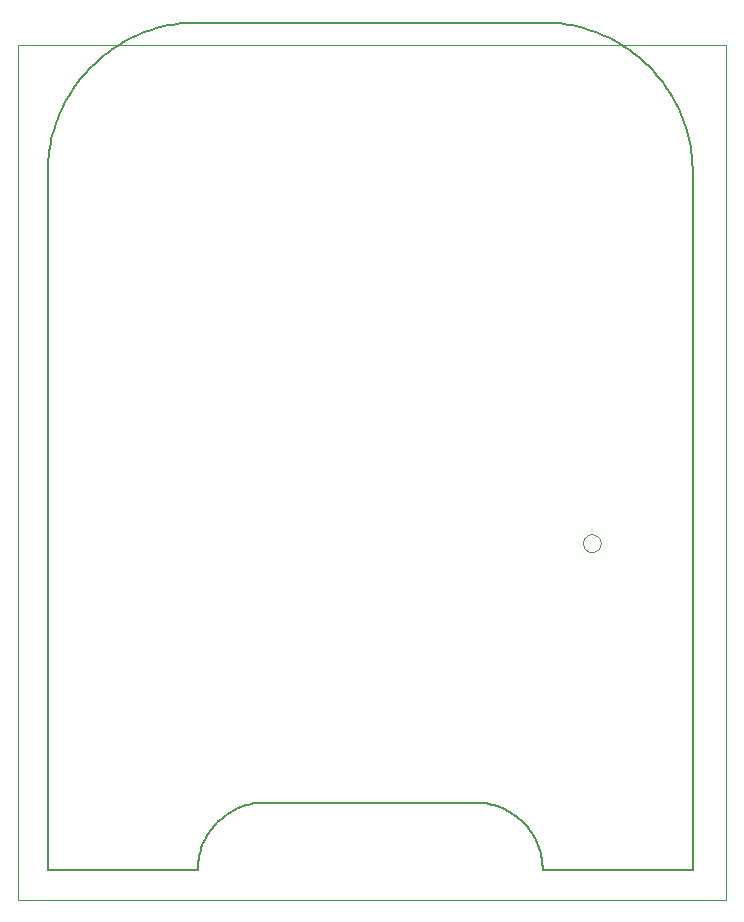
<source format=gm1>
G75*
%MOIN*%
%OFA0B0*%
%FSLAX24Y24*%
%IPPOS*%
%LPD*%
%AMOC8*
5,1,8,0,0,1.08239X$1,22.5*
%
%ADD10C,0.0000*%
%ADD11C,0.0050*%
D10*
X003220Y005250D02*
X003220Y033746D01*
X026840Y033746D01*
X026840Y005250D01*
X003220Y005250D01*
X022063Y017144D02*
X022065Y017178D01*
X022071Y017212D01*
X022081Y017245D01*
X022094Y017276D01*
X022112Y017306D01*
X022132Y017334D01*
X022156Y017359D01*
X022182Y017381D01*
X022210Y017399D01*
X022241Y017415D01*
X022273Y017427D01*
X022307Y017435D01*
X022341Y017439D01*
X022375Y017439D01*
X022409Y017435D01*
X022443Y017427D01*
X022475Y017415D01*
X022505Y017399D01*
X022534Y017381D01*
X022560Y017359D01*
X022584Y017334D01*
X022604Y017306D01*
X022622Y017276D01*
X022635Y017245D01*
X022645Y017212D01*
X022651Y017178D01*
X022653Y017144D01*
X022651Y017110D01*
X022645Y017076D01*
X022635Y017043D01*
X022622Y017012D01*
X022604Y016982D01*
X022584Y016954D01*
X022560Y016929D01*
X022534Y016907D01*
X022506Y016889D01*
X022475Y016873D01*
X022443Y016861D01*
X022409Y016853D01*
X022375Y016849D01*
X022341Y016849D01*
X022307Y016853D01*
X022273Y016861D01*
X022241Y016873D01*
X022210Y016889D01*
X022182Y016907D01*
X022156Y016929D01*
X022132Y016954D01*
X022112Y016982D01*
X022094Y017012D01*
X022081Y017043D01*
X022071Y017076D01*
X022065Y017110D01*
X022063Y017144D01*
D11*
X018470Y008500D02*
X011470Y008500D01*
X011377Y008498D01*
X011284Y008492D01*
X011192Y008483D01*
X011100Y008469D01*
X011008Y008452D01*
X010918Y008431D01*
X010828Y008406D01*
X010739Y008378D01*
X010652Y008346D01*
X010566Y008310D01*
X010482Y008271D01*
X010399Y008229D01*
X010318Y008183D01*
X010239Y008134D01*
X010163Y008081D01*
X010088Y008026D01*
X010016Y007967D01*
X009946Y007905D01*
X009879Y007841D01*
X009815Y007774D01*
X009753Y007704D01*
X009694Y007632D01*
X009639Y007557D01*
X009586Y007481D01*
X009537Y007402D01*
X009491Y007321D01*
X009449Y007238D01*
X009410Y007154D01*
X009374Y007068D01*
X009342Y006981D01*
X009314Y006892D01*
X009289Y006802D01*
X009268Y006712D01*
X009251Y006620D01*
X009237Y006528D01*
X009228Y006436D01*
X009222Y006343D01*
X009220Y006250D01*
X004220Y006250D01*
X004220Y029500D01*
X004222Y029640D01*
X004228Y029780D01*
X004238Y029920D01*
X004251Y030060D01*
X004269Y030199D01*
X004291Y030338D01*
X004316Y030475D01*
X004345Y030613D01*
X004378Y030749D01*
X004415Y030884D01*
X004456Y031018D01*
X004501Y031151D01*
X004549Y031283D01*
X004601Y031413D01*
X004656Y031542D01*
X004715Y031669D01*
X004778Y031795D01*
X004844Y031919D01*
X004913Y032040D01*
X004986Y032160D01*
X005063Y032278D01*
X005142Y032393D01*
X005225Y032507D01*
X005311Y032617D01*
X005400Y032726D01*
X005492Y032832D01*
X005587Y032935D01*
X005684Y033036D01*
X005785Y033133D01*
X005888Y033228D01*
X005994Y033320D01*
X006103Y033409D01*
X006213Y033495D01*
X006327Y033578D01*
X006442Y033657D01*
X006560Y033734D01*
X006680Y033807D01*
X006801Y033876D01*
X006925Y033942D01*
X007051Y034005D01*
X007178Y034064D01*
X007307Y034119D01*
X007437Y034171D01*
X007569Y034219D01*
X007702Y034264D01*
X007836Y034305D01*
X007971Y034342D01*
X008107Y034375D01*
X008245Y034404D01*
X008382Y034429D01*
X008521Y034451D01*
X008660Y034469D01*
X008800Y034482D01*
X008940Y034492D01*
X009080Y034498D01*
X009220Y034500D01*
X020720Y034500D01*
X020860Y034498D01*
X021000Y034492D01*
X021140Y034482D01*
X021280Y034469D01*
X021419Y034451D01*
X021558Y034429D01*
X021695Y034404D01*
X021833Y034375D01*
X021969Y034342D01*
X022104Y034305D01*
X022238Y034264D01*
X022371Y034219D01*
X022503Y034171D01*
X022633Y034119D01*
X022762Y034064D01*
X022889Y034005D01*
X023015Y033942D01*
X023139Y033876D01*
X023260Y033807D01*
X023380Y033734D01*
X023498Y033657D01*
X023613Y033578D01*
X023727Y033495D01*
X023837Y033409D01*
X023946Y033320D01*
X024052Y033228D01*
X024155Y033133D01*
X024256Y033036D01*
X024353Y032935D01*
X024448Y032832D01*
X024540Y032726D01*
X024629Y032617D01*
X024715Y032507D01*
X024798Y032393D01*
X024877Y032278D01*
X024954Y032160D01*
X025027Y032040D01*
X025096Y031919D01*
X025162Y031795D01*
X025225Y031669D01*
X025284Y031542D01*
X025339Y031413D01*
X025391Y031283D01*
X025439Y031151D01*
X025484Y031018D01*
X025525Y030884D01*
X025562Y030749D01*
X025595Y030613D01*
X025624Y030475D01*
X025649Y030338D01*
X025671Y030199D01*
X025689Y030060D01*
X025702Y029920D01*
X025712Y029780D01*
X025718Y029640D01*
X025720Y029500D01*
X025720Y006250D01*
X020720Y006250D01*
X020718Y006343D01*
X020712Y006436D01*
X020703Y006528D01*
X020689Y006620D01*
X020672Y006712D01*
X020651Y006802D01*
X020626Y006892D01*
X020598Y006981D01*
X020566Y007068D01*
X020530Y007154D01*
X020491Y007238D01*
X020449Y007321D01*
X020403Y007402D01*
X020354Y007481D01*
X020301Y007557D01*
X020246Y007632D01*
X020187Y007704D01*
X020125Y007774D01*
X020061Y007841D01*
X019994Y007905D01*
X019924Y007967D01*
X019852Y008026D01*
X019777Y008081D01*
X019701Y008134D01*
X019622Y008183D01*
X019541Y008229D01*
X019458Y008271D01*
X019374Y008310D01*
X019288Y008346D01*
X019201Y008378D01*
X019112Y008406D01*
X019022Y008431D01*
X018932Y008452D01*
X018840Y008469D01*
X018748Y008483D01*
X018656Y008492D01*
X018563Y008498D01*
X018470Y008500D01*
M02*

</source>
